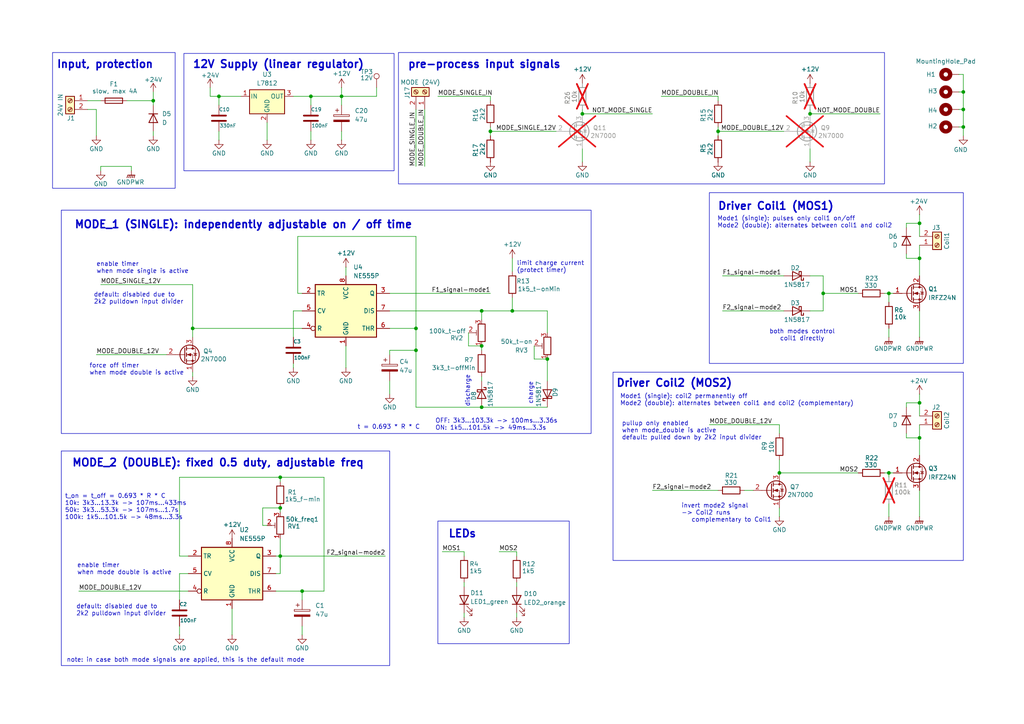
<source format=kicad_sch>
(kicad_sch (version 20250114) (generator "eeschema") (generator_version "9.0")
  (paper "A4")
  (title_block (title "Pneumatic Valve Toggler") (date "2025-09-10") (rev "1.0") (comment 1 "Adjustable on/off-time or frequency") (comment 2 "- Single (pulse one coil), - Double (switch between coils)") (comment 3 "2 Modes:") (comment 4 "Control the 2 coils of a 5/3-way pneumatic valve "))
  (rectangle (start 7.62 213.36) (end 96.774 254))
  (rectangle (start 17.78 60.96) (end 171.45 125.73))
  (rectangle (start 177.8 107.95) (end 279.4 162.56))
  (rectangle (start 115.57 15.24) (end 256.54 53.34))
  (rectangle (start 53.34 15.494) (end 114.3 49.53))
  (rectangle (start 17.78 130.81) (end 113.03 193.04))
  (rectangle (start 127 151.13) (end 165.1 186.69))
  (rectangle (start 15.24 15.24) (end 50.8 54.61))
  (rectangle (start 100.33 214.63) (end 185.166 259.08))
  (rectangle (start 205.74 55.88) (end 279.4 105.41))
  (text "MODE_2 (DOUBLE): fixed 0.5 duty, adjustable freq" (at 63.246 134.366 0) (effects (font (size 2.2 2.2) (thickness 0.44) (bold yes))))
  (text "pullup only enabled\nwhen mode_double is active\ndefault: pulled down by 2k2 input divider" (at 180.34 124.968 0) (effects (font (size 1.27 1.27)) (justify left)))
  (text "5V Supply (buck converter)" (at 33.274 216.916 0) (effects (font (size 2.2 2.2) (thickness 0.44) (bold yes))))
  (text "LEDs" (at 134.112 154.94 0) (effects (font (size 2.2 2.2) (thickness 0.44) (bold yes))))
  (text "Mode1 (single): pulses only coil1 on/off\nMode2 (double): alternates between coil1 and coil2" (at 208.026 64.516 0) (effects (font (size 1.27 1.27)) (justify left)))
  (text "enable timer\nwhen mode double is active" (at 22.352 165.1 0) (effects (font (size 1.27 1.27)) (justify left)))
  (text "invert mode2 signal\n-> Coil2 runs \n   complementary to Coil1" (at 197.612 148.844 0) (effects (font (size 1.27 1.27)) (justify left)))
  (text "limit charge current \n(protect timer)" (at 149.86 77.47 0) (effects (font (size 1.27 1.27)) (justify left)))
  (text "12V Supply (linear regulator)" (at 80.772 18.796 0) (effects (font (size 2.2 2.2) (thickness 0.44) (bold yes))))
  (text "pre-process input signals" (at 140.462 18.796 0) (effects (font (size 2.2 2.2) (thickness 0.44) (bold yes))))
  (text "Mode1 (single): coil2 permanently off\nMode2 (double): alternates between coil1 and coil2 (complementary)" (at 179.832 116.078 0) (effects (font (size 1.27 1.27)) (justify left)))
  (text "Input, protection" (at 30.48 18.796 0) (effects (font (size 2.2 2.2) (thickness 0.44) (bold yes))))
  (text "MODE_1 (SINGLE): independently adjustable on / off time" (at 70.612 65.278 0) (effects (font (size 2.2 2.2) (thickness 0.44) (bold yes))))
  (text "3A overcurrent safe" (at 67.056 226.06 0) (effects (font (size 1.27 1.27))))
  (text "default: disabled due to\n2k2 pulldown input divider" (at 27.178 86.614 0) (effects (font (size 1.27 1.27)) (justify left)))
  (text "discharge" (at 135.636 118.11 90) (effects (font (size 1.27 1.27)) (justify left)))
  (text "t_on = t_off = 0.693 * R * C\n10k: 3k3...13.3k -> 107ms...433ms\n50k: 3k3...53.3k -> 107ms...1.7s\n100k: 1k5...101.5k -> 48ms...3.3s" (at 18.796 147.066 0) (effects (font (size 1.27 1.27)) (justify left)))
  (text "charge" (at 153.924 117.348 90) (effects (font (size 1.27 1.27)) (justify left)))
  (text "330uH picked for \n~1A max out current" (at 85.852 251.714 0) (effects (font (size 1.27 1.27))))
  (text "7-40V" (at 26.162 227.33 0) (effects (font (size 1.27 1.27))))
  (text "default: disabled due to\n2k2 pulldown input divider" (at 22.098 177.038 0) (effects (font (size 1.27 1.27)) (justify left)))
  (text "force off timer\nwhen mode double is active" (at 25.908 107.188 0) (effects (font (size 1.27 1.27)) (justify left)))
  (text "both modes control\ncoil1 directly" (at 232.664 97.282 0) (effects (font (size 1.27 1.27))))
  (text "Driver Coil2 (MOS2)" (at 195.58 111.252 0) (effects (font (size 2.2 2.2) (thickness 0.44) (bold yes))))
  (text "Isolated PWM Signal out (Servo)" (at 103.124 218.694 0) (effects (font (size 2.2 2.2) (thickness 0.44) (bold yes)) (justify left)))
  (text "t = 0.693 * R * C" (at 103.632 123.952 0) (effects (font (size 1.27 1.27)) (justify left)))
  (text "Driver Coil1 (MOS1)" (at 225.044 59.944 0) (effects (font (size 2.2 2.2) (thickness 0.44) (bold yes))))
  (text "enable timer \nwhen mode single is active" (at 27.94 77.724 0) (effects (font (size 1.27 1.27)) (justify left)))
  (text "note: in case both mode signals are applied, this is the default mode" (at 19.304 191.516 0) (effects (font (size 1.27 1.27)) (justify left)))
  (text "OFF: 3k3...103.3k -> 100ms...3.36s\nON: 1k5...101.5k -> 49ms...3.3s\n" (at 126.238 123.19 0) (effects (font (size 1.27 1.27)) (justify left)))
  (junction (at 168.91 33.02))
  (junction (at 139.7 100.33))
  (junction (at 279.4 26.67))
  (junction (at 172.72 236.22))
  (junction (at 44.45 29.21))
  (junction (at 63.5 27.94))
  (junction (at 279.4 31.75))
  (junction (at 81.28 233.68))
  (junction (at 62.23 233.68))
  (junction (at 22.86 228.6))
  (junction (at 147.32 236.22))
  (junction (at 81.28 147.32))
  (junction (at 148.59 90.17))
  (junction (at 90.17 27.94))
  (junction (at 81.28 138.43))
  (junction (at 139.7 90.17))
  (junction (at 87.63 171.45))
  (junction (at 81.28 161.29))
  (junction (at 279.4 36.83))
  (junction (at 238.76 85.09))
  (junction (at 158.75 104.14))
  (junction (at 266.7 74.93))
  (junction (at 142.24 38.1))
  (junction (at 266.7 116.84))
  (junction (at 266.7 127))
  (junction (at 208.28 38.1))
  (junction (at 257.81 85.09))
  (junction (at 226.06 137.16))
  (junction (at 160.02 236.22))
  (junction (at 139.7 118.11))
  (junction (at 76.2 233.68))
  (junction (at 120.65 95.25))
  (junction (at 266.7 64.77))
  (junction (at 257.81 137.16))
  (junction (at 234.95 33.02))
  (junction (at 55.88 95.25))
  (junction (at 120.65 101.6))
  (junction (at 99.06 27.94))
  (junction (at 137.16 241.3))
  (wire (pts (xy 135.89 96.52) (xy 135.89 100.33)))
  (wire (pts (xy 22.86 228.6) (xy 22.86 231.14)))
  (wire (pts (xy 120.65 101.6) (xy 120.65 118.11)))
  (wire (pts (xy 76.2 152.4) (xy 76.2 147.32)))
  (wire (pts (xy 226.06 137.16) (xy 248.92 137.16)))
  (wire (pts (xy 63.5 27.94) (xy 63.5 30.48)))
  (wire (pts (xy 257.81 85.09) (xy 259.08 85.09)))
  (wire (pts (xy 158.75 104.14) (xy 158.75 110.49)))
  (wire (pts (xy 160.02 236.22) (xy 163.83 236.22)))
  (wire (pts (xy 62.23 233.68) (xy 55.88 233.68)))
  (wire (pts (xy 81.28 166.37) (xy 81.28 161.29)))
  (wire (pts (xy 29.21 49.53) (xy 29.21 48.26)))
  (wire (pts (xy 109.22 25.4) (xy 109.22 27.94)))
  (wire (pts (xy 52.07 166.37) (xy 54.61 166.37)))
  (wire (pts (xy 81.28 241.3) (xy 81.28 242.57)))
  (wire (pts (xy 93.98 171.45) (xy 87.63 171.45)))
  (wire (pts (xy 134.62 168.91) (xy 134.62 170.18)))
  (wire (pts (xy 257.81 138.43) (xy 257.81 137.16)))
  (wire (pts (xy 279.4 36.83) (xy 279.4 39.37)))
  (wire (pts (xy 27.94 39.37) (xy 27.94 31.75)))
  (wire (pts (xy 81.28 147.32) (xy 81.28 148.59)))
  (wire (pts (xy 137.16 233.68) (xy 137.16 241.3)))
  (wire (pts (xy 208.28 29.21) (xy 208.28 27.94)))
  (wire (pts (xy 93.98 138.43) (xy 93.98 171.45)))
  (wire (pts (xy 262.89 118.11) (xy 262.89 116.84)))
  (wire (pts (xy 60.96 25.4) (xy 60.96 27.94)))
  (wire (pts (xy 257.81 87.63) (xy 257.81 85.09)))
  (wire (pts (xy 44.45 39.37) (xy 44.45 38.1)))
  (wire (pts (xy 278.13 36.83) (xy 279.4 36.83)))
  (wire (pts (xy 38.1 48.26) (xy 38.1 49.53)))
  (wire (pts (xy 85.09 27.94) (xy 90.17 27.94)))
  (wire (pts (xy 279.4 31.75) (xy 279.4 36.83)))
  (wire (pts (xy 127 27.94) (xy 142.24 27.94)))
  (wire (pts (xy 234.95 33.02) (xy 255.27 33.02)))
  (wire (pts (xy 129.54 251.46) (xy 129.54 252.73)))
  (wire (pts (xy 90.17 38.1) (xy 90.17 40.64)))
  (wire (pts (xy 81.28 156.21) (xy 81.28 161.29)))
  (wire (pts (xy 266.7 127) (xy 266.7 132.08)))
  (wire (pts (xy 67.31 184.15) (xy 67.31 176.53)))
  (wire (pts (xy 257.81 149.86) (xy 257.81 146.05)))
  (wire (pts (xy 15.24 226.06) (xy 15.24 228.6)))
  (wire (pts (xy 147.32 246.38) (xy 147.32 252.73)))
  (wire (pts (xy 113.03 110.49) (xy 113.03 114.3)))
  (wire (pts (xy 158.75 118.11) (xy 139.7 118.11)))
  (wire (pts (xy 209.55 80.01) (xy 227.33 80.01)))
  (wire (pts (xy 52.07 161.29) (xy 54.61 161.29)))
  (wire (pts (xy 25.4 29.21) (xy 29.21 29.21)))
  (wire (pts (xy 55.88 228.6) (xy 76.2 228.6)))
  (wire (pts (xy 76.2 233.68) (xy 81.28 233.68)))
  (wire (pts (xy 279.4 21.59) (xy 279.4 26.67)))
  (wire (pts (xy 266.7 90.17) (xy 266.7 97.79)))
  (wire (pts (xy 86.36 85.09) (xy 87.63 85.09)))
  (wire (pts (xy 142.24 27.94) (xy 142.24 29.21)))
  (wire (pts (xy 113.03 90.17) (xy 139.7 90.17)))
  (wire (pts (xy 137.16 241.3) (xy 139.7 241.3)))
  (wire (pts (xy 154.94 104.14) (xy 158.75 104.14)))
  (wire (pts (xy 208.28 38.1) (xy 227.33 38.1)))
  (wire (pts (xy 139.7 118.11) (xy 120.65 118.11)))
  (wire (pts (xy 129.54 236.22) (xy 129.54 241.3)))
  (wire (pts (xy 52.07 138.43) (xy 81.28 138.43)))
  (wire (pts (xy 99.06 30.48) (xy 99.06 27.94)))
  (wire (pts (xy 278.13 31.75) (xy 279.4 31.75)))
  (wire (pts (xy 100.33 77.47) (xy 100.33 80.01)))
  (wire (pts (xy 172.72 236.22) (xy 177.8 236.22)))
  (wire (pts (xy 262.89 73.66) (xy 262.89 74.93)))
  (wire (pts (xy 87.63 173.99) (xy 87.63 171.45)))
  (wire (pts (xy 85.09 97.79) (xy 85.09 90.17)))
  (wire (pts (xy 134.62 177.8) (xy 134.62 179.07)))
  (wire (pts (xy 15.24 228.6) (xy 22.86 228.6)))
  (wire (pts (xy 90.17 27.94) (xy 99.06 27.94)))
  (wire (pts (xy 86.36 68.58) (xy 120.65 68.58)))
  (wire (pts (xy 29.21 48.26) (xy 38.1 48.26)))
  (wire (pts (xy 86.36 85.09) (xy 86.36 68.58)))
  (wire (pts (xy 160.02 247.65) (xy 160.02 245.11)))
  (wire (pts (xy 279.4 26.67) (xy 279.4 31.75)))
  (wire (pts (xy 149.86 160.02) (xy 149.86 161.29)))
  (wire (pts (xy 238.76 90.17) (xy 234.95 90.17)))
  (wire (pts (xy 191.77 27.94) (xy 208.28 27.94)))
  (wire (pts (xy 226.06 149.86) (xy 226.06 147.32)))
  (wire (pts (xy 262.89 74.93) (xy 266.7 74.93)))
  (wire (pts (xy 76.2 147.32) (xy 81.28 147.32)))
  (wire (pts (xy 43.18 238.76) (xy 43.18 242.57)))
  (wire (pts (xy 278.13 21.59) (xy 279.4 21.59)))
  (wire (pts (xy 52.07 161.29) (xy 52.07 138.43)))
  (wire (pts (xy 139.7 109.22) (xy 139.7 110.49)))
  (wire (pts (xy 142.24 38.1) (xy 142.24 39.37)))
  (wire (pts (xy 266.7 123.19) (xy 266.7 127)))
  (wire (pts (xy 44.45 29.21) (xy 44.45 30.48)))
  (wire (pts (xy 52.07 184.15) (xy 52.07 181.61)))
  (wire (pts (xy 62.23 241.3) (xy 62.23 242.57)))
  (wire (pts (xy 154.94 100.33) (xy 154.94 104.14)))
  (wire (pts (xy 120.65 101.6) (xy 120.65 95.25)))
  (wire (pts (xy 27.94 102.87) (xy 48.26 102.87)))
  (wire (pts (xy 266.7 74.93) (xy 266.7 80.01)))
  (wire (pts (xy 80.01 166.37) (xy 81.28 166.37)))
  (wire (pts (xy 55.88 95.25) (xy 87.63 95.25)))
  (wire (pts (xy 60.96 27.94) (xy 63.5 27.94)))
  (wire (pts (xy 29.21 82.55) (xy 55.88 82.55)))
  (wire (pts (xy 257.81 137.16) (xy 259.08 137.16)))
  (wire (pts (xy 55.88 82.55) (xy 55.88 95.25)))
  (wire (pts (xy 226.06 133.35) (xy 226.06 137.16)))
  (wire (pts (xy 262.89 127) (xy 266.7 127)))
  (wire (pts (xy 22.86 228.6) (xy 30.48 228.6)))
  (wire (pts (xy 55.88 109.22) (xy 55.88 107.95)))
  (wire (pts (xy 256.54 85.09) (xy 257.81 85.09)))
  (wire (pts (xy 87.63 171.45) (xy 80.01 171.45)))
  (wire (pts (xy 73.66 233.68) (xy 76.2 233.68)))
  (wire (pts (xy 81.28 138.43) (xy 93.98 138.43)))
  (wire (pts (xy 262.89 125.73) (xy 262.89 127)))
  (wire (pts (xy 168.91 33.02) (xy 189.23 33.02)))
  (wire (pts (xy 62.23 233.68) (xy 66.04 233.68)))
  (wire (pts (xy 172.72 236.22) (xy 172.72 240.03)))
  (wire (pts (xy 177.8 236.22) (xy 177.8 217.17)))
  (wire (pts (xy 81.28 138.43) (xy 81.28 139.7)))
  (wire (pts (xy 128.27 160.02) (xy 134.62 160.02)))
  (wire (pts (xy 266.7 114.3) (xy 266.7 116.84)))
  (wire (pts (xy 76.2 228.6) (xy 76.2 233.68)))
  (wire (pts (xy 266.7 142.24) (xy 266.7 149.86)))
  (wire (pts (xy 215.9 142.24) (xy 218.44 142.24)))
  (wire (pts (xy 158.75 90.17) (xy 148.59 90.17)))
  (wire (pts (xy 120.65 31.75) (xy 120.65 48.26)))
  (wire (pts (xy 113.03 102.87) (xy 113.03 101.6)))
  (wire (pts (xy 29.21 242.57) (xy 29.21 233.68)))
  (wire (pts (xy 52.07 173.99) (xy 52.07 166.37)))
  (wire (pts (xy 120.65 95.25) (xy 113.03 95.25)))
  (wire (pts (xy 158.75 90.17) (xy 158.75 96.52)))
  (wire (pts (xy 147.32 236.22) (xy 160.02 236.22)))
  (wire (pts (xy 63.5 27.94) (xy 69.85 27.94)))
  (wire (pts (xy 262.89 116.84) (xy 266.7 116.84)))
  (wire (pts (xy 142.24 36.83) (xy 142.24 38.1)))
  (wire (pts (xy 22.86 238.76) (xy 22.86 242.57)))
  (wire (pts (xy 148.59 78.74) (xy 148.59 74.93)))
  (wire (pts (xy 226.06 123.19) (xy 226.06 125.73)))
  (wire (pts (xy 139.7 100.33) (xy 139.7 101.6)))
  (wire (pts (xy 278.13 26.67) (xy 279.4 26.67)))
  (wire (pts (xy 168.91 46.99) (xy 168.91 43.18)))
  (wire (pts (xy 262.89 64.77) (xy 266.7 64.77)))
  (wire (pts (xy 134.62 160.02) (xy 134.62 161.29)))
  (wire (pts (xy 99.06 38.1) (xy 99.06 40.64)))
  (wire (pts (xy 208.28 39.37) (xy 208.28 38.1)))
  (wire (pts (xy 168.91 31.75) (xy 168.91 33.02)))
  (wire (pts (xy 85.09 106.68) (xy 85.09 105.41)))
  (wire (pts (xy 81.28 161.29) (xy 111.76 161.29)))
  (wire (pts (xy 208.28 36.83) (xy 208.28 38.1)))
  (wire (pts (xy 227.33 90.17) (xy 209.55 90.17)))
  (wire (pts (xy 80.01 161.29) (xy 81.28 161.29)))
  (wire (pts (xy 123.19 31.75) (xy 123.19 48.26)))
  (wire (pts (xy 142.24 38.1) (xy 161.29 38.1)))
  (wire (pts (xy 149.86 168.91) (xy 149.86 170.18)))
  (wire (pts (xy 76.2 152.4) (xy 77.47 152.4)))
  (wire (pts (xy 266.7 62.23) (xy 266.7 64.77)))
  (wire (pts (xy 63.5 38.1) (xy 63.5 40.64)))
  (wire (pts (xy 113.03 101.6) (xy 120.65 101.6)))
  (wire (pts (xy 85.09 90.17) (xy 87.63 90.17)))
  (wire (pts (xy 171.45 236.22) (xy 172.72 236.22)))
  (wire (pts (xy 256.54 137.16) (xy 257.81 137.16)))
  (wire (pts (xy 27.94 31.75) (xy 25.4 31.75)))
  (wire (pts (xy 100.33 106.68) (xy 100.33 100.33)))
  (wire (pts (xy 101.6 236.22) (xy 121.92 236.22)))
  (wire (pts (xy 266.7 71.12) (xy 266.7 74.93)))
  (wire (pts (xy 257.81 97.79) (xy 257.81 95.25)))
  (wire (pts (xy 148.59 90.17) (xy 139.7 90.17)))
  (wire (pts (xy 266.7 116.84) (xy 266.7 120.65)))
  (wire (pts (xy 238.76 85.09) (xy 238.76 90.17)))
  (wire (pts (xy 262.89 66.04) (xy 262.89 64.77)))
  (wire (pts (xy 205.74 123.19) (xy 226.06 123.19)))
  (wire (pts (xy 147.32 233.68) (xy 147.32 236.22)))
  (wire (pts (xy 238.76 80.01) (xy 238.76 85.09)))
  (wire (pts (xy 238.76 85.09) (xy 248.92 85.09)))
  (wire (pts (xy 135.89 100.33) (xy 139.7 100.33)))
  (wire (pts (xy 77.47 35.56) (xy 77.47 40.64)))
  (wire (pts (xy 113.03 85.09) (xy 142.24 85.09)))
  (wire (pts (xy 234.95 31.75) (xy 234.95 33.02)))
  (wire (pts (xy 36.83 29.21) (xy 44.45 29.21)))
  (wire (pts (xy 139.7 90.17) (xy 139.7 92.71)))
  (wire (pts (xy 160.02 236.22) (xy 160.02 237.49)))
  (wire (pts (xy 81.28 226.06) (xy 81.28 233.68)))
  (wire (pts (xy 137.16 252.73) (xy 137.16 251.46)))
  (wire (pts (xy 234.95 46.99) (xy 234.95 43.18)))
  (wire (pts (xy 90.17 27.94) (xy 90.17 30.48)))
  (wire (pts (xy 22.86 171.45) (xy 54.61 171.45)))
  (wire (pts (xy 55.88 97.79) (xy 55.88 95.25)))
  (wire (pts (xy 189.23 142.24) (xy 208.28 142.24)))
  (wire (pts (xy 148.59 90.17) (xy 148.59 86.36)))
  (wire (pts (xy 266.7 64.77) (xy 266.7 68.58)))
  (wire (pts (xy 99.06 27.94) (xy 99.06 25.4)))
  (wire (pts (xy 29.21 233.68) (xy 30.48 233.68)))
  (wire (pts (xy 149.86 177.8) (xy 149.86 179.07)))
  (wire (pts (xy 234.95 80.01) (xy 238.76 80.01)))
  (wire (pts (xy 44.45 26.67) (xy 44.45 29.21)))
  (wire (pts (xy 109.22 27.94) (xy 99.06 27.94)))
  (wire (pts (xy 87.63 184.15) (xy 87.63 181.61)))
  (wire (pts (xy 144.78 160.02) (xy 149.86 160.02)))
  (wire (pts (xy 120.65 68.58) (xy 120.65 95.25)))
  (label "MODE_SINGLE_12V" (at 29.21 82.55 0))
  (label "NOT_MODE_SINGLE" (at 189.23 33.02 180))
  (label "MODE_SINGLE_IN" (at 120.65 48.26 90))
  (label "MODE_DOUBLE_IN" (at 191.77 27.94 0))
  (label "MODE_DOUBLE_12V" (at 22.86 171.45 0))
  (label "F2_signal-mode2" (at 111.76 161.29 180))
  (label "MODE_SINGLE_IN" (at 127 27.94 0))
  (label "MOS1" (at 128.27 160.02 0))
  (label "MOS1" (at 248.92 85.09 180))
  (label "MOS2" (at 248.92 137.16 180))
  (label "MODE_DOUBLE_IN" (at 123.19 48.26 90))
  (label "MODE_DOUBLE_12V" (at 227.33 38.1 180))
  (label "NOT_MODE_DOUBLE" (at 255.27 33.02 180))
  (label "Servo-PWM-Signal" (at 177.8 217.17 270))
  (label "MOS2" (at 144.78 160.02 0))
  (label "F2_signal-mode2" (at 189.23 142.24 0))
  (label "dOut_ServoPWM" (at 101.6 236.22 0) (effects (font (size 1.524 1.524))))
  (label "F1_signal-mode1" (at 142.24 85.09 180))
  (label "MODE_DOUBLE_12V" (at 205.74 123.19 0))
  (label "F1_signal-mode1" (at 209.55 80.01 0))
  (label "MODE_DOUBLE_12V" (at 27.94 102.87 0))
  (label "MODE_SINGLE_12V" (at 161.29 38.1 180))
  (label "F2_signal-mode2" (at 209.55 90.17 0))
  (symbol (lib_id "power:GND") (at 52.07 184.15 0) (unit 1)
    (property "Reference" "#PWR025" (effects (hide yes)))
    (property "Value" "GND" (at 52.07 187.96 0))
    (property "Description" "Power symbol creates a global label with name \"GND\" , ground" (effects (hide yes)))
  )
  (symbol (lib_id "power:GND") (at 44.45 39.37 0) (unit 1)
    (property "Reference" "#PWR022" (effects (hide yes)))
    (property "Value" "GND" (at 44.45 43.18 0))
    (property "Description" "Power symbol creates a global label with name \"GND\" , ground" (effects (hide yes)))
  )
  (symbol (lib_id "power:GND") (at 67.31 184.15 0) (unit 1)
    (property "Reference" "#PWR01" (effects (hide yes)))
    (property "Value" "GND" (at 67.31 187.96 0))
    (property "Description" "Power symbol creates a global label with name \"GND\" , ground" (effects (hide yes)))
  )
  (symbol (lib_id "Device:R") (at 212.09 142.24 90) (unit 1)
    (property "Reference" "R21" (at 214.122 137.922 90) (effects (justify left)))
    (property "Value" "330" (at 213.868 139.954 90) (effects (justify left)))
    (property "Footprint" "Resistor_THT:R_Axial_DIN0207_L6.3mm_D2.5mm_P10.16mm_Horizontal" (effects (hide yes)))
    (property "Description" "Resistor" (effects (hide yes)))
  )
  (symbol (lib_id "power:GND") (at 43.18 242.57 0) (unit 1) (on_board no) (dnp yes)
    (property "Reference" "#PWR039" (effects (hide yes)))
    (property "Value" "GND" (at 43.18 247.65 0))
    (property "Description" "Power symbol creates a global label with name \"GND\" , ground" (effects (hide yes)))
  )
  (symbol (lib_id "Device:C") (at 85.09 101.6 0) (unit 1)
    (property "Reference" "C3" (at 85.09 99.06 0) (effects (font (size 1.016 1.016)) (justify left)))
    (property "Value" "100nF" (at 85.2424 103.759 0) (effects (font (size 1.016 1.016)) (justify left)))
    (property "Footprint" "Capacitor_THT:C_Disc_D7.0mm_W2.5mm_P5.00mm" (effects (hide yes)))
    (property "Description" "Unpolarized capacitor" (effects (hide yes)))
  )
  (symbol (lib_id "Connector:Screw_Terminal_01x02") (at 20.32 29.21 0) (mirror y) (unit 1)
    (property "Reference" "J1" (at 20.574 34.29 0))
    (property "Value" "24V IN" (at 17.526 30.48 90))
    (property "Footprint" "terminals_libJonny:ScrewTerminal_P5mm_2Pin_FP10x8" (effects (hide yes)))
    (property "Description" "Generic screw terminal, single row, 01x02, script generated (kicad-library-utils/schlib/autogen/connector/)" (effects (hide yes)))
  )
  (symbol (lib_id "power:GNDPWR") (at 257.81 149.86 0) (unit 1)
    (property "Reference" "#PWR014" (effects (hide yes)))
    (property "Value" "GNDPWR" (at 257.556 153.162 0))
    (property "Description" "Power symbol creates a global label with name \"GNDPWR\" , global ground" (effects (hide yes)))
  )
  (symbol (lib_id "power:+5V") (at 81.28 226.06 0) (unit 1) (on_board no) (dnp yes)
    (property "Reference" "#PWR041" (effects (hide yes)))
    (property "Value" "+5V" (at 83.82 224.028 0))
    (property "Description" "Power symbol creates a global label with name \"+5V\"" (effects (hide yes)))
  )
  (symbol (lib_id "Device:C_Polarized") (at 87.63 177.8 0) (unit 1)
    (property "Reference" "C1" (at 91.44 175.6409 0) (effects (justify left)))
    (property "Value" "47u" (at 91.44 178.1809 0) (effects (justify left)))
    (property "Footprint" "Capacitor_THT:CP_Radial_D5.0mm_P2.50mm" (effects (hide yes)))
    (property "Description" "Polarized capacitor" (effects (hide yes)))
  )
  (symbol (lib_id "power:+24V") (at 266.7 114.3 0) (unit 1)
    (property "Reference" "#PWR024" (effects (hide yes)))
    (property "Value" "+24V" (at 266.446 110.49 0))
    (property "Description" "Power symbol creates a global label with name \"+24V\"" (effects (hide yes)))
  )
  (symbol (lib_id "Device:C") (at 90.17 34.29 0) (unit 1)
    (property "Reference" "C19" (at 90.17 31.75 0) (effects (font (size 1.016 1.016)) (justify left)))
    (property "Value" "100nF" (at 90.3224 36.449 0) (effects (font (size 1.016 1.016)) (justify left)))
    (property "Footprint" "Capacitor_THT:C_Disc_D7.0mm_W2.5mm_P5.00mm" (effects (hide yes)))
    (property "Description" "Unpolarized capacitor" (effects (hide yes)))
  )
  (symbol (lib_id "Transistor_FET:2N7000") (at 53.34 102.87 0) (unit 1)
    (property "Reference" "Q4" (at 58.928 101.854 0) (effects (justify left)))
    (property "Value" "2N7000" (at 58.166 104.14 0) (effects (justify left)))
    (property "Footprint" "Package_TO_SOT_THT:TO-92_HandSolder" (effects (hide yes)))
    (property "Datasheet" "https://www.reichelt.com/be/de/shop/produkt/mosfet_n-ch_60v_0_115a_0_4w_1_7r_to-92-41141?nbc=1&q=%2Fbe%2Fde%2Fshop%2Fmosfet-n-ch-60v-0-115a-0-4w-1-7r-to-92-2n-7000-p41141.html&trstct=pos_0" (effects (hide yes)))
    (property "Description" "0.2A Id, 200V Vds, N-Channel MOSFET, 2.6V Logic Level, TO-92" (effects (hide yes)))
  )
  (symbol (lib_id "Transistor_FET:2N7000") (at 144.78 241.3 0) (unit 1) (on_board no) (dnp yes)
    (property "Reference" "Q2" (at 152.4 242.57 90) (effects (justify left)))
    (property "Value" "2N7000" (at 150.368 245.11 90) (effects (justify left)))
    (property "Footprint" "Package_TO_SOT_THT:TO-92_HandSolder" (effects (hide yes)))
    (property "Datasheet" "https://www.reichelt.com/be/de/shop/produkt/mosfet_n-ch_60v_0_115a_0_4w_1_7r_to-92-41141?nbc=1&q=%2Fbe%2Fde%2Fshop%2Fmosfet-n-ch-60v-0-115a-0-4w-1-7r-to-92-2n-7000-p41141.html&trstct=pos_0" (effects (hide yes)))
    (property "Description" "0.2A Id, 200V Vds, N-Channel MOSFET, 2.6V Logic Level, TO-92" (effects (hide yes)))
  )
  (symbol (lib_id "power:GND") (at 81.28 242.57 0) (unit 1) (on_board no) (dnp yes)
    (property "Reference" "#PWR042" (effects (hide yes)))
    (property "Value" "GND" (at 81.28 247.65 0))
    (property "Description" "Power symbol creates a global label with name \"GND\" , ground" (effects (hide yes)))
  )
  (symbol (lib_id "Device:R") (at 252.73 137.16 90) (unit 1)
    (property "Reference" "R22" (at 254.762 132.842 90) (effects (justify left)))
    (property "Value" "330" (at 254.508 134.874 90) (effects (justify left)))
    (property "Footprint" "Resistor_THT:R_Axial_DIN0207_L6.3mm_D2.5mm_P10.16mm_Horizontal" (effects (hide yes)))
    (property "Description" "Resistor" (effects (hide yes)))
  )
  (symbol (lib_id "Device:R") (at 168.91 27.94 180) (unit 1) (in_bom no) (on_board no) (dnp yes)
    (property "Reference" "R26" (at 164.592 26.416 90) (effects (justify left)))
    (property "Value" "10k" (at 166.624 26.162 90) (effects (justify left)))
    (property "Footprint" "Resistor_THT:R_Axial_DIN0207_L6.3mm_D2.5mm_P10.16mm_Horizontal" (effects (hide yes)))
    (property "Description" "Resistor" (effects (hide yes)))
  )
  (symbol (lib_id "Device:R") (at 226.06 129.54 180) (unit 1)
    (property "Reference" "R9" (at 221.742 128.016 90) (effects (justify left)))
    (property "Value" "10k" (at 223.774 127.762 90) (effects (justify left)))
    (property "Footprint" "Resistor_THT:R_Axial_DIN0207_L6.3mm_D2.5mm_P10.16mm_Horizontal" (effects (hide yes)))
    (property "Description" "Resistor" (effects (hide yes)))
  )
  (symbol (lib_id "power:GND") (at 149.86 179.07 0) (unit 1)
    (property "Reference" "#PWR045" (effects (hide yes)))
    (property "Value" "GND" (at 149.86 182.88 0))
    (property "Description" "Power symbol creates a global label with name \"GND\" , ground" (effects (hide yes)))
  )
  (symbol (lib_id "power:GND") (at 85.09 106.68 0) (unit 1)
    (property "Reference" "#PWR030" (effects (hide yes)))
    (property "Value" "GND" (at 85.09 110.49 0))
    (property "Description" "Power symbol creates a global label with name \"GND\" , ground" (effects (hide yes)))
  )
  (symbol (lib_id "Mechanical:MountingHole_Pad") (at 275.59 21.59 90) (unit 1) (in_bom no)
    (property "Reference" "H1" (at 270.002 21.59 90))
    (property "Value" "MountingHole_Pad" (at 274.32 17.78 90))
    (property "Footprint" "mountingHoles_libJonny:MountingHole_2.2mm_NPTH-with-pad_DRC-clearance-error" (effects (hide yes)))
    (property "Description" "Mounting Hole with connection" (effects (hide yes)))
  )
  (symbol (lib_id "power:GNDPWR") (at 266.7 149.86 0) (unit 1)
    (property "Reference" "#PWR04" (effects (hide yes)))
    (property "Value" "GNDPWR" (at 266.7 153.162 0))
    (property "Description" "Power symbol creates a global label with name \"GNDPWR\" , global ground" (effects (hide yes)))
  )
  (symbol (lib_id "Device:C_Polarized") (at 81.28 237.49 0) (unit 1) (on_board no) (dnp yes)
    (property "Reference" "C6" (at 85.09 235.3309 0) (effects (justify left)))
    (property "Value" "1000u" (at 85.09 237.8709 0) (effects (justify left)))
    (property "Footprint" "Capacitor_THT:CP_Radial_D10.0mm_P5.00mm" (effects (hide yes)))
    (property "Description" "Polarized capacitor" (effects (hide yes)))
  )
  (symbol (lib_id "Device:D") (at 262.89 121.92 90) (mirror x) (unit 1)
    (property "Reference" "D7" (at 260.35 120.6499 90) (effects (justify left)))
    (property "Value" "D" (at 260.35 123.1899 90) (effects (justify left)))
    (property "Footprint" "Diode_THT:D_DO-41_SOD81_P5.08mm_Vertical_AnodeUp" (effects (hide yes)))
    (property "Description" "Diode" (effects (hide yes)))
    (property "Sim.Device" "D" (effects (hide yes)))
    (property "Sim.Pins" "1=K 2=A" (effects (hide yes)))
  )
  (symbol (lib_id "power:GND") (at 279.4 39.37 0) (unit 1)
    (property "Reference" "#PWR0126" (effects (hide yes)))
    (property "Value" "GND" (at 278.638 43.434 0))
    (property "Description" "Power symbol creates a global label with name \"GND\" , ground" (effects (hide yes)))
  )
  (symbol (lib_id "power:GND") (at 100.33 106.68 0) (unit 1)
    (property "Reference" "#PWR032" (effects (hide yes)))
    (property "Value" "GND" (at 100.33 110.49 0))
    (property "Description" "Power symbol creates a global label with name \"GND\" , ground" (effects (hide yes)))
  )
  (symbol (lib_id "power:GND") (at 29.21 49.53 0) (unit 1)
    (property "Reference" "#PWR047" (effects (hide yes)))
    (property "Value" "GND" (at 29.21 53.34 0))
    (property "Description" "Power symbol creates a global label with name \"GND\" , ground" (effects (hide yes)))
  )
  (symbol (lib_id "Device:C_Polarized") (at 113.03 106.68 0) (unit 1)
    (property "Reference" "C4" (at 115.824 104.902 0) (effects (justify left)))
    (property "Value" "47u" (at 115.824 107.442 0) (effects (justify left)))
    (property "Footprint" "Capacitor_THT:CP_Radial_D5.0mm_P2.50mm" (effects (hide yes)))
    (property "Description" "Polarized capacitor" (effects (hide yes)))
  )
  (symbol (lib_id "power:+12V") (at 67.31 156.21 0) (unit 1)
    (property "Reference" "#PWR05" (effects (hide yes)))
    (property "Value" "+12V" (at 67.31 152.146 0))
    (property "Description" "Power symbol creates a global label with name \"+12V\"" (effects (hide yes)))
  )
  (symbol (lib_id "Timer:NE555P") (at 100.33 90.17 0) (unit 1)
    (property "Reference" "U4" (at 102.4733 77.47 0) (effects (justify left)))
    (property "Value" "NE555P" (at 102.4733 80.01 0) (effects (justify left)))
    (property "Footprint" "Package_DIP:DIP-8_W7.62mm" (effects (hide yes)))
    (property "Datasheet" "http://www.ti.com/lit/ds/symlink/ne555.pdf" (effects (hide yes)))
    (property "Description" "Precision Timers, 555 compatible,  PDIP-8" (effects (hide yes)))
  )
  (symbol (lib_id "Device:Fuse") (at 33.02 29.21 90) (unit 1)
    (property "Reference" "F1" (at 33.02 24.384 90))
    (property "Value" "slow, max 4A" (at 33.274 26.416 90))
    (property "Footprint" "misc_libJonny:Fuseholder_Automotive-Mini_Fuse11x4x16_Footprint15x5_Inline" (effects (hide yes)))
    (property "Description" "Fuse" (effects (hide yes)))
  )
  (symbol (lib_id "Mechanical:MountingHole_Pad") (at 275.59 36.83 90) (unit 1) (in_bom no)
    (property "Reference" "H2" (at 270.51 36.576 90))
    (property "Value" "MountingHole_Pad" (effects (hide yes)))
    (property "Footprint" "mountingHoles_libJonny:MountingHole_2.2mm_NPTH-with-pad_DRC-clearance-error" (effects (hide yes)))
    (property "Description" "Mounting Hole with connection" (effects (hide yes)))
  )
  (symbol (lib_id "Device:R") (at 234.95 27.94 180) (unit 1) (in_bom no) (on_board no) (dnp yes)
    (property "Reference" "R10" (at 230.632 26.416 90) (effects (justify left)))
    (property "Value" "10k" (at 232.664 26.162 90) (effects (justify left)))
    (property "Footprint" "Resistor_THT:R_Axial_DIN0207_L6.3mm_D2.5mm_P10.16mm_Horizontal" (effects (hide yes)))
    (property "Description" "Resistor" (effects (hide yes)))
  )
  (symbol (lib_id "power:GND") (at 99.06 40.64 0) (unit 1)
    (property "Reference" "#PWR013" (effects (hide yes)))
    (property "Value" "GND" (at 99.06 44.45 0))
    (property "Description" "Power symbol creates a global label with name \"GND\" , ground" (effects (hide yes)))
  )
  (symbol (lib_id "Timer:NE555P") (at 67.31 166.37 0) (unit 1)
    (property "Reference" "U2" (at 69.4533 153.67 0) (effects (justify left)))
    (property "Value" "NE555P" (at 69.4533 156.21 0) (effects (justify left)))
    (property "Footprint" "Package_DIP:DIP-8_W7.62mm" (effects (hide yes)))
    (property "Datasheet" "http://www.ti.com/lit/ds/symlink/ne555.pdf" (effects (hide yes)))
    (property "Description" "Precision Timers, 555 compatible,  PDIP-8" (effects (hide yes)))
  )
  (symbol (lib_id "Regulator_Linear:L7812") (at 77.47 27.94 0) (unit 1)
    (property "Reference" "U3" (at 77.47 21.59 0))
    (property "Value" "L7812" (at 77.47 24.13 0))
    (property "Footprint" "Package_TO_SOT_THT:TO-220-3_Vertical" (effects (hide yes)))
    (property "Datasheet" "http://www.st.com/content/ccc/resource/technical/document/datasheet/41/4f/b3/b0/12/d4/47/88/CD00000444.pdf/files/CD00000444.pdf/jcr:content/translations/en.CD00000444.pdf" (effects (hide yes)))
    (property "Description" "Positive 1.5A 35V Linear Regulator, Fixed Output 12V, TO-220/TO-263/TO-252" (effects (hide yes)))
  )
  (symbol (lib_id "Diode:1N5817") (at 231.14 80.01 180) (unit 1)
    (property "Reference" "D2" (at 230.632 77.724 0))
    (property "Value" "1N5817" (at 231.14 82.55 0))
    (property "Footprint" "Diode_THT:D_DO-41_SOD81_P10.16mm_Horizontal" (effects (hide yes)))
    (property "Datasheet" "http://www.vishay.com/docs/88525/1n5817.pdf" (effects (hide yes)))
    (property "Description" "20V 1A Schottky Barrier Rectifier Diode, DO-41" (effects (hide yes)))
  )
  (symbol (lib_id "Connector:Screw_Terminal_01x02") (at 271.78 123.19 0) (mirror x) (unit 1)
    (property "Reference" "J2" (at 271.526 118.11 0))
    (property "Value" "Coil2" (at 274.574 121.92 90))
    (property "Footprint" "terminals_libJonny:ScrewTerminal_P5mm_2Pin_FP10x8" (effects (hide yes)))
    (property "Description" "Generic screw terminal, single row, 01x02, script generated (kicad-library-utils/schlib/autogen/connector/)" (effects (hide yes)))
  )
  (symbol (lib_id "Optocoupler_AKL:LTV-817") (at 133.35 246.38 0) (unit 1) (on_board no) (dnp yes)
    (property "Reference" "OC21" (at 122.174 247.396 0) (effects (justify left)))
    (property "Value" "LTV-817" (at 118.872 245.364 0) (effects (justify left)))
    (property "Footprint" "Package_DIP:DIP-4_W10.16mm_LongPads" (effects (hide yes)))
    (property "Datasheet" "https://www.tme.eu/Document/a61fa6281e0999c0269f179efa854202/LTV-817S-TA1.pdf" (effects (hide yes)))
    (property "Description" "DIP-4 Optocoupler, Transistor output, 5kV, 4us, Alternate KiCAD Library" (effects (hide yes)))
  )
  (symbol (lib_id "Mechanical:MountingHole_Pad") (at 275.59 26.67 90) (unit 1) (in_bom no)
    (property "Reference" "H3" (at 270.51 26.416 90))
    (property "Value" "MountingHole_Pad" (effects (hide yes)))
    (property "Footprint" "mountingHoles_libJonny:MountingHole_2.2mm_NPTH-with-pad_DRC-clearance-error" (effects (hide yes)))
    (property "Description" "Mounting Hole with connection" (effects (hide yes)))
  )
  (symbol (lib_id "power:GNDPWR") (at 160.02 247.65 0) (unit 1) (on_board no) (dnp yes)
    (property "Reference" "#PWR015" (effects (hide yes)))
    (property "Value" "GNDPWR" (at 159.258 251.206 0))
    (property "Description" "Power symbol creates a global label with name \"GNDPWR\" , global ground" (effects (hide yes)))
  )
  (symbol (lib_id "Regulator_Switching:LM2576T-5") (at 43.18 231.14 0) (unit 1) (on_board no) (dnp yes)
    (property "Reference" "U9" (at 43.18 220.98 0))
    (property "Value" "LM2576T-5" (at 43.18 223.52 0))
    (property "Footprint" "Package_TO_SOT_THT:TO-220-5_P3.4x3.7mm_StaggerOdd_Lead3.8mm_Vertical" (effects (hide yes)))
    (property "Datasheet" "http://www.ti.com/lit/ds/symlink/lm2576.pdf" (effects (hide yes)))
    (property "Description" "5V, 3A SIMPLE SWITCHER® Step-Down Voltage Regulator, TO-220-5" (effects (hide yes)))
  )
  (symbol (lib_id "Device:R") (at 139.7 105.41 0) (mirror y) (unit 1)
    (property "Reference" "R7" (at 134.62 104.394 0) (effects (justify right)))
    (property "Value" "3k3_t-offMin" (at 125.222 106.68 0) (effects (justify right)))
    (property "Footprint" "Resistor_THT:R_Axial_DIN0207_L6.3mm_D2.5mm_P10.16mm_Horizontal" (effects (hide yes)))
    (property "Description" "Resistor" (effects (hide yes)))
  )
  (symbol (lib_id "power:+5VA") (at 137.16 226.06 0) (unit 1) (on_board no) (dnp yes)
    (property "Reference" "#PWR0156" (effects (hide yes)))
    (property "Value" "+5VA" (at 140.97 224.79 0))
    (property "Description" "Power symbol creates a global label with name \"+5VA\"" (effects (hide yes)))
  )
  (symbol (lib_id "Device:D") (at 262.89 69.85 90) (mirror x) (unit 1)
    (property "Reference" "D6" (at 260.35 68.5799 90) (effects (justify left)))
    (property "Value" "D" (at 260.35 71.1199 90) (effects (justify left)))
    (property "Footprint" "Diode_THT:D_DO-41_SOD81_P5.08mm_Vertical_AnodeUp" (effects (hide yes)))
    (property "Description" "Diode" (effects (hide yes)))
    (property "Sim.Device" "D" (effects (hide yes)))
    (property "Sim.Pins" "1=K 2=A" (effects (hide yes)))
  )
  (symbol (lib_id "power:GNDPWR") (at 257.81 97.79 0) (unit 1)
    (property "Reference" "#PWR06" (effects (hide yes)))
    (property "Value" "GNDPWR" (at 257.556 101.092 0))
    (property "Description" "Power symbol creates a global label with name \"GNDPWR\" , global ground" (effects (hide yes)))
  )
  (symbol (lib_id "Device:LED") (at 134.62 173.99 90) (unit 1)
    (property "Reference" "D11" (at 136.398 171.958 90) (effects (justify right)))
    (property "Value" "LED1_green" (at 136.398 174.498 90) (effects (justify right)))
    (property "Footprint" "LED_THT:LED_D3.0mm_Clear" (effects (hide yes)))
    (property "Description" "Light emitting diode" (effects (hide yes)))
    (property "Sim.Pins" "1=K 2=A" (effects (hide yes)))
  )
  (symbol (lib_id "Device:R") (at 167.64 236.22 90) (unit 1) (on_board no) (dnp yes)
    (property "Reference" "R2" (at 169.164 231.902 90) (effects (justify left)))
    (property "Value" "200" (at 169.418 233.934 90) (effects (justify left)))
    (property "Footprint" "Resistor_THT:R_Axial_DIN0207_L6.3mm_D2.5mm_P2.54mm_Vertical" (effects (hide yes)))
    (property "Description" "Resistor" (effects (hide yes)))
  )
  (symbol (lib_id "power:+24V") (at 60.96 25.4 0) (unit 1)
    (property "Reference" "#PWR012" (effects (hide yes)))
    (property "Value" "+24V" (at 60.96 21.844 0))
    (property "Description" "Power symbol creates a global label with name \"+24V\"" (effects (hide yes)))
  )
  (symbol (lib_id "Connector:TestPoint") (at 109.22 25.4 0) (mirror y) (unit 1)
    (property "Reference" "TP3" (at 108.204 20.828 0) (effects (justify left)))
    (property "Value" "12V" (at 108.204 22.606 0) (effects (justify left)))
    (property "Footprint" "Connector_PinHeader_2.54mm:PinHeader_1x01_P2.54mm_Vertical" (effects (hide yes)))
    (property "Description" "test point" (effects (hide yes)))
  )
  (symbol (lib_id "power:GND") (at 142.24 46.99 0) (unit 1)
    (property "Reference" "#PWR043" (effects (hide yes)))
    (property "Value" "GND" (at 142.24 50.8 0))
    (property "Description" "Power symbol creates a global label with name \"GND\" , ground" (effects (hide yes)))
  )
  (symbol (lib_id "Device:R") (at 134.62 165.1 0) (unit 1)
    (property "Reference" "R4" (at 136.144 163.576 0) (effects (justify left)))
    (property "Value" "1k5" (at 136.144 165.608 0) (effects (justify left)))
    (property "Footprint" "Resistor_THT:R_Axial_DIN0207_L6.3mm_D2.5mm_P10.16mm_Horizontal" (effects (hide yes)))
    (property "Description" "Resistor" (effects (hide yes)))
  )
  (symbol (lib_id "Diode:1N5817") (at 139.7 114.3 270) (unit 1)
    (property "Reference" "D8" (at 137.414 114.808 0))
    (property "Value" "1N5817" (at 142.24 114.3 0))
    (property "Footprint" "Diode_THT:D_DO-41_SOD81_P10.16mm_Horizontal" (effects (hide yes)))
    (property "Datasheet" "http://www.vishay.com/docs/88525/1n5817.pdf" (effects (hide yes)))
    (property "Description" "20V 1A Schottky Barrier Rectifier Diode, DO-41" (effects (hide yes)))
  )
  (symbol (lib_id "power:GND") (at 77.47 40.64 0) (unit 1)
    (property "Reference" "#PWR027" (effects (hide yes)))
    (property "Value" "GND" (at 77.47 44.45 0))
    (property "Description" "Power symbol creates a global label with name \"GND\" , ground" (effects (hide yes)))
  )
  (symbol (lib_id "power:GNDPWR") (at 266.7 97.79 0) (unit 1)
    (property "Reference" "#PWR02" (effects (hide yes)))
    (property "Value" "GNDPWR" (at 266.7 101.092 0))
    (property "Description" "Power symbol creates a global label with name \"GNDPWR\" , global ground" (effects (hide yes)))
  )
  (symbol (lib_id "power:GNDPWR") (at 38.1 49.53 0) (unit 1)
    (property "Reference" "#PWR053" (effects (hide yes)))
    (property "Value" "GNDPWR" (at 37.846 52.832 0))
    (property "Description" "Power symbol creates a global label with name \"GNDPWR\" , global ground" (effects (hide yes)))
  )
  (symbol (lib_id "Diode:1N5817") (at 158.75 114.3 90) (unit 1)
    (property "Reference" "D9" (at 161.036 113.792 0))
    (property "Value" "1N5817" (at 156.21 114.3 0))
    (property "Footprint" "Diode_THT:D_DO-41_SOD81_P10.16mm_Horizontal" (effects (hide yes)))
    (property "Datasheet" "http://www.vishay.com/docs/88525/1n5817.pdf" (effects (hide yes)))
    (property "Description" "20V 1A Schottky Barrier Rectifier Diode, DO-41" (effects (hide yes)))
  )
  (symbol (lib_id "power:GND") (at 87.63 184.15 0) (unit 1)
    (property "Reference" "#PWR03" (effects (hide yes)))
    (property "Value" "GND" (at 87.63 187.96 0))
    (property "Description" "Power symbol creates a global label with name \"GND\" , ground" (effects (hide yes)))
  )
  (symbol (lib_id "Mechanical:MountingHole_Pad") (at 275.59 31.75 90) (unit 1) (in_bom no)
    (property "Reference" "H4" (at 270.51 32.004 90))
    (property "Value" "MountingHole_Pad" (effects (hide yes)))
    (property "Footprint" "mountingHoles_libJonny:MountingHole_2.2mm_NPTH-with-pad_DRC-clearance-error" (effects (hide yes)))
    (property "Description" "Mounting Hole with connection" (effects (hide yes)))
  )
  (symbol (lib_id "Device:R_Potentiometer_Trim") (at 139.7 96.52 180) (unit 1)
    (property "Reference" "RV2" (at 134.366 98.044 0) (effects (justify left)))
    (property "Value" "100k_t-off" (at 135.128 96.012 0) (effects (justify left)))
    (property "Footprint" "resistors_libJonny:Potentiometer_Piher_PT-10-V10_Vertical" (effects (hide yes)))
    (property "Description" "Trim-potentiometer" (effects (hide yes)))
  )
  (symbol (lib_id "Device:R") (at 257.81 91.44 0) (unit 1)
    (property "Reference" "R6" (at 259.334 89.916 0) (effects (justify left)))
    (property "Value" "10k" (at 259.334 91.948 0) (effects (justify left)))
    (property "Footprint" "Resistor_THT:R_Axial_DIN0207_L6.3mm_D2.5mm_P10.16mm_Horizontal" (effects (hide yes)))
    (property "Description" "Resistor" (effects (hide yes)))
  )
  (symbol (lib_id "power:GND") (at 27.94 39.37 0) (unit 1)
    (property "Reference" "#PWR021" (effects (hide yes)))
    (property "Value" "GND" (at 27.94 43.18 0))
    (property "Description" "Power symbol creates a global label with name \"GND\" , ground" (effects (hide yes)))
  )
  (symbol (lib_id "Diode:1N5817") (at 231.14 90.17 180) (unit 1)
    (property "Reference" "D3" (at 230.632 87.884 0))
    (property "Value" "1N5817" (at 231.14 92.71 0))
    (property "Footprint" "Diode_THT:D_DO-41_SOD81_P10.16mm_Horizontal" (effects (hide yes)))
    (property "Datasheet" "http://www.vishay.com/docs/88525/1n5817.pdf" (effects (hide yes)))
    (property "Description" "20V 1A Schottky Barrier Rectifier Diode, DO-41" (effects (hide yes)))
  )
  (symbol (lib_id "Device:L") (at 69.85 233.68 90) (unit 1) (on_board no) (dnp yes)
    (property "Reference" "L2" (at 65.532 231.902 90))
    (property "Value" "330u" (at 69.85 231.14 90))
    (property "Footprint" "Inductor_THT:L_Radial_D10.5mm_P5.00mm_Abacron_AISR-01" (effects (hide yes)))
    (property "Description" "Inductor" (effects (hide yes)))
  )
  (symbol (lib_id "power:+24V") (at 15.24 226.06 0) (unit 1) (on_board no) (dnp yes)
    (property "Reference" "#PWR036" (effects (hide yes)))
    (property "Value" "+24V filtered" (at 15.24 220.98 0))
    (property "Description" "Power symbol creates a global label with name \"+24V\"" (effects (hide yes)))
  )
  (symbol (lib_id "Transistor_FET:2N7000") (at 166.37 38.1 0) (unit 1) (in_bom no) (on_board no) (dnp yes)
    (property "Reference" "Q11" (at 171.958 37.084 0) (effects (justify left)))
    (property "Value" "2N7000" (at 171.196 39.37 0) (effects (justify left)))
    (property "Footprint" "Package_TO_SOT_THT:TO-92_HandSolder" (effects (hide yes)))
    (property "Datasheet" "https://www.reichelt.com/be/de/shop/produkt/mosfet_n-ch_60v_0_115a_0_4w_1_7r_to-92-41141?nbc=1&q=%2Fbe%2Fde%2Fshop%2Fmosfet-n-ch-60v-0-115a-0-4w-1-7r-to-92-2n-7000-p41141.html&trstct=pos_0" (effects (hide yes)))
    (property "Description" "0.2A Id, 200V Vds, N-Channel MOSFET, 2.6V Logic Level, TO-92" (effects (hide yes)))
  )
  (symbol (lib_id "power:GND") (at 113.03 114.3 0) (unit 1)
    (property "Reference" "#PWR033" (effects (hide yes)))
    (property "Value" "GND" (at 113.03 118.11 0))
    (property "Description" "Power symbol creates a global label with name \"GND\" , ground" (effects (hide yes)))
  )
  (symbol (lib_id "Device:R") (at 81.28 143.51 0) (unit 1)
    (property "Reference" "R1" (at 86.106 142.748 0) (effects (justify right)))
    (property "Value" "1k5_f-min" (at 92.964 144.78 0) (effects (justify right)))
    (property "Footprint" "Resistor_THT:R_Axial_DIN0207_L6.3mm_D2.5mm_P10.16mm_Horizontal" (effects (hide yes)))
    (property "Description" "Resistor" (effects (hide yes)))
  )
  (symbol (lib_id "power:GND") (at 129.54 252.73 0) (unit 1) (on_board no) (dnp yes)
    (property "Reference" "#PWR016" (effects (hide yes)))
    (property "Value" "GND" (at 129.54 256.54 0))
    (property "Description" "Power symbol creates a global label with name \"GND\" , ground" (effects (hide yes)))
  )
  (symbol (lib_id "Device:R") (at 208.28 33.02 180) (unit 1)
    (property "Reference" "R15" (at 203.962 31.496 90) (effects (justify left)))
    (property "Value" "2k2" (at 205.994 31.496 90) (effects (justify left)))
    (property "Footprint" "Resistor_THT:R_Axial_DIN0207_L6.3mm_D2.5mm_P10.16mm_Horizontal" (effects (hide yes)))
    (property "Description" "Resistor" (effects (hide yes)))
  )
  (symbol (lib_id "power:+5VA") (at 147.32 226.06 0) (unit 1) (on_board no) (dnp yes)
    (property "Reference" "#PWR018" (effects (hide yes)))
    (property "Value" "+5VA" (at 151.13 224.79 0))
    (property "Description" "Power symbol creates a global label with name \"+5VA\"" (effects (hide yes)))
  )
  (symbol (lib_id "power:GND") (at 90.17 40.64 0) (unit 1)
    (property "Reference" "#PWR026" (effects (hide yes)))
    (property "Value" "GND" (at 90.17 44.45 0))
    (property "Description" "Power symbol creates a global label with name \"GND\" , ground" (effects (hide yes)))
  )
  (symbol (lib_id "Diode:1N5822") (at 62.23 237.49 270) (unit 1) (on_board no) (dnp yes)
    (property "Reference" "D4" (at 64.77 235.9024 90) (effects (justify left)))
    (property "Value" "1N5822" (at 64.77 238.4424 90) (effects (justify left)))
    (property "Footprint" "Diode_THT:D_DO-201AD_P15.24mm_Horizontal" (effects (hide yes)))
    (property "Datasheet" "http://www.vishay.com/docs/88526/1n5820.pdf" (effects (hide yes)))
    (property "Description" "40V 3A Schottky Barrier Rectifier Diode, DO-201AD" (effects (hide yes)))
  )
  (symbol (lib_id "power:+12V") (at 168.91 24.13 0) (unit 1)
    (property "Reference" "#PWR049" (effects (hide yes)))
    (property "Value" "+12V" (at 168.91 20.066 0))
    (property "Description" "Power symbol creates a global label with name \"+12V\"" (effects (hide yes)))
  )
  (symbol (lib_id "Device:R") (at 208.28 43.18 180) (unit 1)
    (property "Reference" "R5" (at 203.962 41.656 90) (effects (justify left)))
    (property "Value" "2k2" (at 205.994 41.402 90) (effects (justify left)))
    (property "Footprint" "Resistor_THT:R_Axial_DIN0207_L6.3mm_D2.5mm_P10.16mm_Horizontal" (effects (hide yes)))
    (property "Description" "Resistor" (effects (hide yes)))
  )
  (symbol (lib_id "power:+12V") (at 99.06 25.4 0) (unit 1)
    (property "Reference" "#PWR029" (effects (hide yes)))
    (property "Value" "+12V" (at 99.06 21.336 0))
    (property "Description" "Power symbol creates a global label with name \"+12V\"" (effects (hide yes)))
  )
  (symbol (lib_id "Device:R") (at 257.81 142.24 0) (unit 1) (in_bom no) (on_board no) (dnp yes)
    (property "Reference" "R11" (at 259.334 140.716 0) (effects (justify left)))
    (property "Value" "100k" (at 259.334 142.748 0) (effects (justify left)))
    (property "Footprint" "Resistor_THT:R_Axial_DIN0207_L6.3mm_D2.5mm_P10.16mm_Horizontal" (effects (hide yes)))
    (property "Description" "Resistor" (effects (hide yes)))
  )
  (symbol (lib_id "power:+24V") (at 44.45 26.67 0) (unit 1)
    (property "Reference" "#PWR020" (effects (hide yes)))
    (property "Value" "+24V" (at 44.45 23.114 0))
    (property "Description" "Power symbol creates a global label with name \"+24V\"" (effects (hide yes)))
  )
  (symbol (lib_id "Device:R") (at 148.59 82.55 0) (unit 1)
    (property "Reference" "R13" (at 153.67 81.534 0) (effects (justify right)))
    (property "Value" "1k5_t-onMin" (at 162.56 83.82 0) (effects (justify right)))
    (property "Footprint" "Resistor_THT:R_Axial_DIN0207_L6.3mm_D2.5mm_P2.54mm_Vertical" (effects (hide yes)))
    (property "Description" "Resistor" (effects (hide yes)))
  )
  (symbol (lib_id "power:GNDPWR") (at 147.32 252.73 0) (unit 1) (on_board no) (dnp yes)
    (property "Reference" "#PWR017" (effects (hide yes)))
    (property "Value" "GNDPWR" (at 146.558 256.286 0))
    (property "Description" "Power symbol creates a global label with name \"GNDPWR\" , global ground" (effects (hide yes)))
  )
  (symbol (lib_id "Device:C") (at 63.5 34.29 0) (unit 1)
    (property "Reference" "C10" (at 63.5 31.75 0) (effects (font (size 1.016 1.016)) (justify left)))
    (property "Value" "330nF" (at 63.6524 36.449 0) (effects (font (size 1.016 1.016)) (justify left)))
    (property "Footprint" "Capacitor_THT:C_Disc_D8.0mm_W5.0mm_P5.00mm" (effects (hide yes)))
    (property "Description" "Unpolarized capacitor" (effects (hide yes)))
  )
  (symbol (lib_id "Device:C_Polarized") (at 99.06 34.29 0) (unit 1)
    (property "Reference" "C20" (at 102.87 32.1309 0) (effects (justify left)))
    (property "Value" "47u" (at 102.87 34.6709 0) (effects (justify left)))
    (property "Footprint" "Capacitor_THT:CP_Radial_D5.0mm_P2.50mm" (effects (hide yes)))
    (property "Description" "Polarized capacitor" (effects (hide yes)))
  )
  (symbol (lib_id "Transistor_FET:IRF540N") (at 264.16 85.09 0) (unit 1)
    (property "Reference" "Q1" (at 269.24 83.82 0) (effects (justify left)))
    (property "Value" "IRFZ24N" (at 269.24 86.36 0) (effects (justify left)))
    (property "Footprint" "Package_TO_SOT_THT:TO-220-3_Vertical" (effects (hide yes)))
    (property "Datasheet" "http://www.irf.com/product-info/datasheets/data/irf540n.pdf" (effects (hide yes)))
    (property "Description" "33A Id, 100V Vds, HEXFET N-Channel MOSFET, TO-220" (effects (hide yes)))
  )
  (symbol (lib_id "power:GND") (at 234.95 46.99 0) (unit 1)
    (property "Reference" "#PWR011" (effects (hide yes)))
    (property "Value" "GND" (at 234.95 50.8 0))
    (property "Description" "Power symbol creates a global label with name \"GND\" , ground" (effects (hide yes)))
  )
  (symbol (lib_id "Device:C_Polarized") (at 22.86 234.95 0) (unit 1) (on_board no) (dnp yes)
    (property "Reference" "C5" (at 26.67 232.7909 0) (effects (justify left)))
    (property "Value" "100u" (at 26.67 235.3309 0) (effects (justify left)))
    (property "Footprint" "Capacitor_THT:CP_Radial_D8.0mm_P5.00mm" (effects (hide yes)))
    (property "Description" "Polarized capacitor" (effects (hide yes)))
  )
  (symbol (lib_id "Device:R") (at 149.86 165.1 0) (unit 1)
    (property "Reference" "R12" (at 151.384 163.576 0) (effects (justify left)))
    (property "Value" "1k5" (at 151.384 165.608 0) (effects (justify left)))
    (property "Footprint" "Resistor_THT:R_Axial_DIN0207_L6.3mm_D2.5mm_P10.16mm_Horizontal" (effects (hide yes)))
    (property "Description" "Resistor" (effects (hide yes)))
  )
  (symbol (lib_id "Connector:TestPoint") (at 172.72 240.03 0) (mirror x) (unit 1) (on_board no) (dnp yes)
    (property "Reference" "TP12" (at 171.196 245.11 0) (effects (justify left)))
    (property "Value" "TP-servoPWM" (at 169.926 247.142 0) (effects (justify left)))
    (property "Footprint" "Connector_PinHeader_2.54mm:PinHeader_1x01_P2.54mm_Vertical" (effects (hide yes)))
    (property "Description" "test point" (effects (hide yes)))
  )
  (symbol (lib_id "Device:R") (at 142.24 43.18 180) (unit 1)
    (property "Reference" "R17" (at 137.922 41.656 90) (effects (justify left)))
    (property "Value" "2k2" (at 139.954 41.402 90) (effects (justify left)))
    (property "Footprint" "Resistor_THT:R_Axial_DIN0207_L6.3mm_D2.5mm_P10.16mm_Horizontal" (effects (hide yes)))
    (property "Description" "Resistor" (effects (hide yes)))
  )
  (symbol (lib_id "power:GND") (at 226.06 149.86 0) (unit 1)
    (property "Reference" "#PWR09" (effects (hide yes)))
    (property "Value" "GND" (at 226.06 153.67 0))
    (property "Description" "Power symbol creates a global label with name \"GND\" , ground" (effects (hide yes)))
  )
  (symbol (lib_id "Device:LED") (at 149.86 173.99 90) (unit 1)
    (property "Reference" "D10" (at 151.892 172.212 90) (effects (justify right)))
    (property "Value" "LED2_orange" (at 151.892 174.752 90) (effects (justify right)))
    (property "Footprint" "LED_THT:LED_D3.0mm_Clear" (effects (hide yes)))
    (property "Description" "Light emitting diode" (effects (hide yes)))
    (property "Sim.Pins" "1=K 2=A" (effects (hide yes)))
  )
  (symbol (lib_id "Transistor_FET:2N7000") (at 223.52 142.24 0) (unit 1)
    (property "Reference" "Q7" (at 229.108 141.224 0) (effects (justify left)))
    (property "Value" "2N7000" (at 228.346 143.51 0) (effects (justify left)))
    (property "Footprint" "Package_TO_SOT_THT:TO-92_HandSolder" (effects (hide yes)))
    (property "Datasheet" "https://www.reichelt.com/be/de/shop/produkt/mosfet_n-ch_60v_0_115a_0_4w_1_7r_to-92-41141?nbc=1&q=%2Fbe%2Fde%2Fshop%2Fmosfet-n-ch-60v-0-115a-0-4w-1-7r-to-92-2n-7000-p41141.html&trstct=pos_0" (effects (hide yes)))
    (property "Description" "0.2A Id, 200V Vds, N-Channel MOSFET, 2.6V Logic Level, TO-92" (effects (hide yes)))
  )
  (symbol (lib_id "power:GND") (at 22.86 242.57 0) (unit 1) (on_board no) (dnp yes)
    (property "Reference" "#PWR037" (effects (hide yes)))
    (property "Value" "GND" (at 22.86 247.65 0))
    (property "Description" "Power symbol creates a global label with name \"GND\" , ground" (effects (hide yes)))
  )
  (symbol (lib_id "power:GND") (at 55.88 109.22 0) (mirror y) (unit 1)
    (property "Reference" "#PWR052" (effects (hide yes)))
    (property "Value" "GND" (at 55.88 113.03 0))
    (property "Description" "Power symbol creates a global label with name \"GND\" , ground" (effects (hide yes)))
  )
  (symbol (lib_id "power:+12V") (at 148.59 74.93 0) (unit 1)
    (property "Reference" "#PWR034" (effects (hide yes)))
    (property "Value" "+12V" (at 148.59 70.866 0))
    (property "Description" "Power symbol creates a global label with name \"+12V\"" (effects (hide yes)))
  )
  (symbol (lib_id "power:+12V") (at 100.33 77.47 0) (unit 1)
    (property "Reference" "#PWR031" (effects (hide yes)))
    (property "Value" "+12V" (at 100.33 73.406 0))
    (property "Description" "Power symbol creates a global label with name \"+12V\"" (effects (hide yes)))
  )
  (symbol (lib_id "power:GND") (at 63.5 40.64 0) (unit 1)
    (property "Reference" "#PWR028" (effects (hide yes)))
    (property "Value" "GND" (at 63.5 44.45 0))
    (property "Description" "Power symbol creates a global label with name \"GND\" , ground" (effects (hide yes)))
  )
  (symbol (lib_id "Transistor_FET:2N7000") (at 232.41 38.1 0) (unit 1) (in_bom no) (on_board no) (dnp yes)
    (property "Reference" "Q9" (at 237.998 37.084 0) (effects (justify left)))
    (property "Value" "2N7000" (at 237.236 39.37 0) (effects (justify left)))
    (property "Footprint" "Package_TO_SOT_THT:TO-92_HandSolder" (effects (hide yes)))
    (property "Datasheet" "https://www.reichelt.com/be/de/shop/produkt/mosfet_n-ch_60v_0_115a_0_4w_1_7r_to-92-41141?nbc=1&q=%2Fbe%2Fde%2Fshop%2Fmosfet-n-ch-60v-0-115a-0-4w-1-7r-to-92-2n-7000-p41141.html&trstct=pos_0" (effects (hide yes)))
    (property "Description" "0.2A Id, 200V Vds, N-Channel MOSFET, 2.6V Logic Level, TO-92" (effects (hide yes)))
  )
  (symbol (lib_id "Device:R_Potentiometer_Trim") (at 158.75 100.33 180) (unit 1)
    (property "Reference" "RV3" (at 153.162 101.6 0) (effects (justify left)))
    (property "Value" "50k_t-on" (at 154.432 99.06 0) (effects (justify left)))
    (property "Footprint" "resistors_libJonny:Potentiometer_Piher_PT-10-V10_Vertical" (effects (hide yes)))
    (property "Description" "Trim-potentiometer" (effects (hide yes)))
  )
  (symbol (lib_id "Device:R_Potentiometer_Trim") (at 81.28 152.4 180) (unit 1)
    (property "Reference" "RV1" (at 87.122 152.654 0) (effects (justify left)))
    (property "Value" "50k_freq1" (at 92.456 150.622 0) (effects (justify left)))
    (property "Footprint" "resistors_libJonny:Potentiometer_Piher_PT-10-V10_Vertical" (effects (hide yes)))
    (property "Description" "Trim-potentiometer" (effects (hide yes)))
  )
  (symbol (lib_id "Device:R") (at 147.32 229.87 0) (unit 1) (on_board no) (dnp yes)
    (property "Reference" "R3" (at 148.844 228.346 0) (effects (justify left)))
    (property "Value" "2k2" (at 148.844 230.378 0) (effects (justify left)))
    (property "Footprint" "Resistor_THT:R_Axial_DIN0207_L6.3mm_D2.5mm_P2.54mm_Vertical" (effects (hide yes)))
    (property "Description" "Resistor" (effects (hide yes)))
  )
  (symbol (lib_id "Diode:PTVS5V0Z1USK") (at 160.02 241.3 270) (unit 1) (on_board no) (dnp yes)
    (property "Reference" "D1" (at 162.306 241.3 90) (effects (justify left)))
    (property "Value" "TVS 5V" (at 157.226 238.252 0) (effects (justify left)))
    (property "Footprint" "Diode_THT:D_5W_P5.08mm_Vertical_AnodeUp" (effects (hide yes)))
    (property "Datasheet" "https://www.conrad.de/de/p/littelfuse-tvs-diode-1-5ke30a-do-201-28-5-v-1-5-kw-140796.html" (effects (hide yes)))
    (property "Description" "5V, 1200W TVS unidirectional diode, DSN1608-2" (effects (hide yes)))
  )
  (symbol (lib_id "Device:D") (at 44.45 34.29 270) (unit 1)
    (property "Reference" "D5" (at 46.99 33.0199 90) (effects (justify left)))
    (property "Value" "D" (at 46.99 35.5599 90) (effects (justify left)))
    (property "Footprint" "Diode_THT:D_DO-41_SOD81_P5.08mm_Vertical_AnodeUp" (effects (hide yes)))
    (property "Description" "Diode" (effects (hide yes)))
    (property "Sim.Device" "D" (effects (hide yes)))
    (property "Sim.Pins" "1=K 2=A" (effects (hide yes)))
  )
  (symbol (lib_id "Device:R") (at 125.73 236.22 90) (unit 1) (on_board no) (dnp yes)
    (property "Reference" "R76" (at 127.254 231.902 90) (effects (justify left)))
    (property "Value" "330" (at 127.508 233.934 90) (effects (justify left)))
    (property "Footprint" "Resistor_THT:R_Axial_DIN0207_L6.3mm_D2.5mm_P2.54mm_Vertical" (effects (hide yes)))
    (property "Description" "Resistor" (effects (hide yes)))
  )
  (symbol (lib_id "power:+24V") (at 266.7 62.23 0) (unit 1)
    (property "Reference" "#PWR023" (effects (hide yes)))
    (property "Value" "+24V" (at 266.446 58.42 0))
    (property "Description" "Power symbol creates a global label with name \"+24V\"" (effects (hide yes)))
  )
  (symbol (lib_id "Device:R") (at 252.73 85.09 90) (unit 1)
    (property "Reference" "R23" (at 254.762 80.772 90) (effects (justify left)))
    (property "Value" "330" (at 254.508 82.804 90) (effects (justify left)))
    (property "Footprint" "Resistor_THT:R_Axial_DIN0207_L6.3mm_D2.5mm_P10.16mm_Horizontal" (effects (hide yes)))
    (property "Description" "Resistor" (effects (hide yes)))
  )
  (symbol (lib_id "Device:R") (at 137.16 229.87 0) (unit 1) (on_board no) (dnp yes)
    (property "Reference" "R77" (at 138.684 228.346 0) (effects (justify left)))
    (property "Value" "4k7" (at 138.684 230.378 0) (effects (justify left)))
    (property "Footprint" "Resistor_THT:R_Axial_DIN0207_L6.3mm_D2.5mm_P10.16mm_Horizontal" (effects (hide yes)))
    (property "Description" "Resistor" (effects (hide yes)))
  )
  (symbol (lib_id "Device:C") (at 52.07 177.8 0) (unit 1)
    (property "Reference" "C2" (at 52.07 175.26 0) (effects (font (size 1.016 1.016)) (justify left)))
    (property "Value" "100nF" (at 52.2224 179.959 0) (effects (font (size 1.016 1.016)) (justify left)))
    (property "Footprint" "Capacitor_THT:C_Disc_D7.0mm_W2.5mm_P5.00mm" (effects (hide yes)))
    (property "Description" "Unpolarized capacitor" (effects (hide yes)))
  )
  (symbol (lib_id "power:GND") (at 208.28 46.99 0) (unit 1)
    (property "Reference" "#PWR035" (effects (hide yes)))
    (property "Value" "GND" (at 208.28 50.8 0))
    (property "Description" "Power symbol creates a global label with name \"GND\" , ground" (effects (hide yes)))
  )
  (symbol (lib_id "Connector:Screw_Terminal_01x02") (at 271.78 71.12 0) (mirror x) (unit 1)
    (property "Reference" "J3" (at 271.526 66.04 0))
    (property "Value" "Coil1" (at 274.574 69.85 90))
    (property "Footprint" "terminals_libJonny:ScrewTerminal_P5mm_2Pin_FP10x8" (effects (hide yes)))
    (property "Description" "Generic screw terminal, single row, 01x02, script generated (kicad-library-utils/schlib/autogen/connector/)" (effects (hide yes)))
  )
  (symbol (lib_id "power:+12V") (at 234.95 24.13 0) (unit 1)
    (property "Reference" "#PWR019" (effects (hide yes)))
    (property "Value" "+12V" (at 234.95 20.066 0))
    (property "Description" "Power symbol creates a global label with name \"+12V\"" (effects (hide yes)))
  )
  (symbol (lib_id "power:GND") (at 168.91 46.99 0) (unit 1)
    (property "Reference" "#PWR050" (effects (hide yes)))
    (property "Value" "GND" (at 168.91 50.8 0))
    (property "Description" "Power symbol creates a global label with name \"GND\" , ground" (effects (hide yes)))
  )
  (symbol (lib_id "power:GNDPWR") (at 137.16 252.73 0) (unit 1) (on_board no) (dnp yes)
    (property "Reference" "#PWR0157" (effects (hide yes)))
    (property "Value" "GNDPWR" (at 136.906 256.286 0))
    (property "Description" "Power symbol creates a global label with name \"GNDPWR\" , global ground" (effects (hide yes)))
  )
  (symbol (lib_id "Device:R") (at 142.24 33.02 180) (unit 1)
    (property "Reference" "R16" (at 137.922 31.496 90) (effects (justify left)))
    (property "Value" "2k2" (at 139.954 31.242 90) (effects (justify left)))
    (property "Footprint" "Resistor_THT:R_Axial_DIN0207_L6.3mm_D2.5mm_P10.16mm_Horizontal" (effects (hide yes)))
    (property "Description" "Resistor" (effects (hide yes)))
  )
  (symbol (lib_id "Transistor_FET:IRF540N") (at 264.16 137.16 0) (unit 1)
    (property "Reference" "Q3" (at 269.24 135.89 0) (effects (justify left)))
    (property "Value" "IRFZ24N" (at 269.24 138.43 0) (effects (justify left)))
    (property "Footprint" "Package_TO_SOT_THT:TO-220-3_Vertical" (effects (hide yes)))
    (property "Datasheet" "http://www.irf.com/product-info/datasheets/data/irf540n.pdf" (effects (hide yes)))
    (property "Description" "33A Id, 100V Vds, HEXFET N-Channel MOSFET, TO-220" (effects (hide yes)))
  )
  (symbol (lib_id "Connector:Screw_Terminal_01x02") (at 123.19 26.67 270) (mirror x) (unit 1)
    (property "Reference" "J17" (at 118.11 26.924 0))
    (property "Value" "MODE (24V)" (at 121.92 23.876 90))
    (property "Footprint" "terminals_libJonny:ScrewTerminal_P5mm_2Pin_FP10x8" (effects (hide yes)))
    (property "Description" "Generic screw terminal, single row, 01x02, script generated (kicad-library-utils/schlib/autogen/connector/)" (effects (hide yes)))
  )
  (symbol (lib_id "power:GND") (at 134.62 179.07 0) (unit 1)
    (property "Reference" "#PWR044" (effects (hide yes)))
    (property "Value" "GND" (at 134.62 182.88 0))
    (property "Description" "Power symbol creates a global label with name \"GND\" , ground" (effects (hide yes)))
  )
  (symbol (lib_id "power:GND") (at 62.23 242.57 0) (unit 1) (on_board no) (dnp yes)
    (property "Reference" "#PWR040" (effects (hide yes)))
    (property "Value" "GND" (at 62.23 247.65 0))
    (property "Description" "Power symbol creates a global label with name \"GND\" , ground" (effects (hide yes)))
  )
  (symbol (lib_id "power:GND") (at 29.21 242.57 0) (unit 1) (on_board no) (dnp yes)
    (property "Reference" "#PWR038" (effects (hide yes)))
    (property "Value" "GND" (at 29.21 247.65 0))
    (property "Description" "Power symbol creates a global label with name \"GND\" , ground" (effects (hide yes)))
  )
)
</source>
